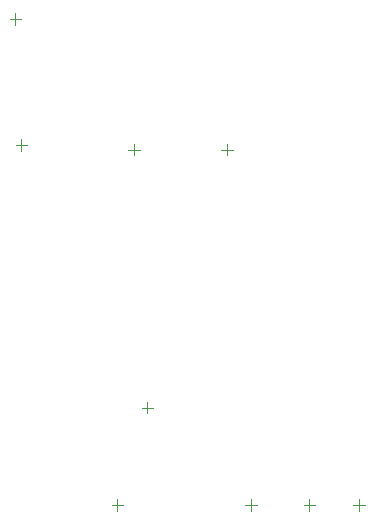
<source format=gbr>
G04*
G04 #@! TF.GenerationSoftware,Altium Limited,Altium Designer,25.3.3 (18)*
G04*
G04 Layer_Color=0*
%FSLAX25Y25*%
%MOIN*%
G70*
G04*
G04 #@! TF.SameCoordinates,2E22F27B-A00B-49EA-A22F-E70647FCC6C8*
G04*
G04*
G04 #@! TF.FilePolarity,Positive*
G04*
G01*
G75*
%ADD48C,0.00394*%
D48*
X221000Y232031D02*
Y235968D01*
X219032Y234000D02*
X222969D01*
X287531Y232500D02*
X291469D01*
X289500Y230532D02*
Y234469D01*
X217032Y275980D02*
X220969D01*
X219000Y274012D02*
Y277949D01*
X331532Y114000D02*
X335469D01*
X333500Y112031D02*
Y115969D01*
X256532Y232500D02*
X260469D01*
X258500Y230532D02*
Y234469D01*
X253000Y112031D02*
Y115969D01*
X251031Y114000D02*
X254969D01*
X261032Y146500D02*
X264968D01*
X263000Y144532D02*
Y148468D01*
X315032Y114000D02*
X318969D01*
X317000Y112031D02*
Y115969D01*
X295532Y114000D02*
X299468D01*
X297500Y112031D02*
Y115969D01*
M02*

</source>
